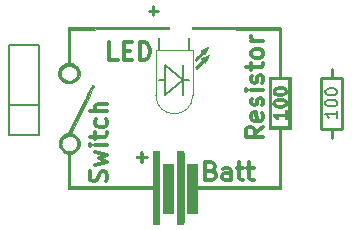
<source format=gto>
%TF.GenerationSoftware,KiCad,Pcbnew,(5.1.10)-1*%
%TF.CreationDate,2022-03-19T19:01:51-07:00*%
%TF.ProjectId,project,70726f6a-6563-4742-9e6b-696361645f70,rev?*%
%TF.SameCoordinates,Original*%
%TF.FileFunction,Legend,Top*%
%TF.FilePolarity,Positive*%
%FSLAX46Y46*%
G04 Gerber Fmt 4.6, Leading zero omitted, Abs format (unit mm)*
G04 Created by KiCad (PCBNEW (5.1.10)-1) date 2022-03-19 19:01:51*
%MOMM*%
%LPD*%
G01*
G04 APERTURE LIST*
%ADD10C,0.300000*%
%ADD11C,0.250000*%
%ADD12C,0.120000*%
%ADD13C,0.150000*%
%ADD14C,0.254000*%
%ADD15C,0.010000*%
G04 APERTURE END LIST*
D10*
X178403428Y-91332857D02*
X178617714Y-91404285D01*
X178689142Y-91475714D01*
X178760571Y-91618571D01*
X178760571Y-91832857D01*
X178689142Y-91975714D01*
X178617714Y-92047142D01*
X178474857Y-92118571D01*
X177903428Y-92118571D01*
X177903428Y-90618571D01*
X178403428Y-90618571D01*
X178546285Y-90690000D01*
X178617714Y-90761428D01*
X178689142Y-90904285D01*
X178689142Y-91047142D01*
X178617714Y-91190000D01*
X178546285Y-91261428D01*
X178403428Y-91332857D01*
X177903428Y-91332857D01*
X180046285Y-92118571D02*
X180046285Y-91332857D01*
X179974857Y-91190000D01*
X179832000Y-91118571D01*
X179546285Y-91118571D01*
X179403428Y-91190000D01*
X180046285Y-92047142D02*
X179903428Y-92118571D01*
X179546285Y-92118571D01*
X179403428Y-92047142D01*
X179332000Y-91904285D01*
X179332000Y-91761428D01*
X179403428Y-91618571D01*
X179546285Y-91547142D01*
X179903428Y-91547142D01*
X180046285Y-91475714D01*
X180546285Y-91118571D02*
X181117714Y-91118571D01*
X180760571Y-90618571D02*
X180760571Y-91904285D01*
X180832000Y-92047142D01*
X180974857Y-92118571D01*
X181117714Y-92118571D01*
X181403428Y-91118571D02*
X181974857Y-91118571D01*
X181617714Y-90618571D02*
X181617714Y-91904285D01*
X181689142Y-92047142D01*
X181832000Y-92118571D01*
X181974857Y-92118571D01*
X169517142Y-92221428D02*
X169588571Y-92007142D01*
X169588571Y-91650000D01*
X169517142Y-91507142D01*
X169445714Y-91435714D01*
X169302857Y-91364285D01*
X169160000Y-91364285D01*
X169017142Y-91435714D01*
X168945714Y-91507142D01*
X168874285Y-91650000D01*
X168802857Y-91935714D01*
X168731428Y-92078571D01*
X168660000Y-92150000D01*
X168517142Y-92221428D01*
X168374285Y-92221428D01*
X168231428Y-92150000D01*
X168160000Y-92078571D01*
X168088571Y-91935714D01*
X168088571Y-91578571D01*
X168160000Y-91364285D01*
X168588571Y-90864285D02*
X169588571Y-90578571D01*
X168874285Y-90292857D01*
X169588571Y-90007142D01*
X168588571Y-89721428D01*
X169588571Y-89150000D02*
X168588571Y-89150000D01*
X168088571Y-89150000D02*
X168160000Y-89221428D01*
X168231428Y-89150000D01*
X168160000Y-89078571D01*
X168088571Y-89150000D01*
X168231428Y-89150000D01*
X168588571Y-88650000D02*
X168588571Y-88078571D01*
X168088571Y-88435714D02*
X169374285Y-88435714D01*
X169517142Y-88364285D01*
X169588571Y-88221428D01*
X169588571Y-88078571D01*
X169517142Y-86935714D02*
X169588571Y-87078571D01*
X169588571Y-87364285D01*
X169517142Y-87507142D01*
X169445714Y-87578571D01*
X169302857Y-87650000D01*
X168874285Y-87650000D01*
X168731428Y-87578571D01*
X168660000Y-87507142D01*
X168588571Y-87364285D01*
X168588571Y-87078571D01*
X168660000Y-86935714D01*
X169588571Y-86292857D02*
X168088571Y-86292857D01*
X169588571Y-85650000D02*
X168802857Y-85650000D01*
X168660000Y-85721428D01*
X168588571Y-85864285D01*
X168588571Y-86078571D01*
X168660000Y-86221428D01*
X168731428Y-86292857D01*
X182796571Y-87649428D02*
X182082285Y-88149428D01*
X182796571Y-88506571D02*
X181296571Y-88506571D01*
X181296571Y-87935142D01*
X181368000Y-87792285D01*
X181439428Y-87720857D01*
X181582285Y-87649428D01*
X181796571Y-87649428D01*
X181939428Y-87720857D01*
X182010857Y-87792285D01*
X182082285Y-87935142D01*
X182082285Y-88506571D01*
X182725142Y-86435142D02*
X182796571Y-86578000D01*
X182796571Y-86863714D01*
X182725142Y-87006571D01*
X182582285Y-87078000D01*
X182010857Y-87078000D01*
X181868000Y-87006571D01*
X181796571Y-86863714D01*
X181796571Y-86578000D01*
X181868000Y-86435142D01*
X182010857Y-86363714D01*
X182153714Y-86363714D01*
X182296571Y-87078000D01*
X182725142Y-85792285D02*
X182796571Y-85649428D01*
X182796571Y-85363714D01*
X182725142Y-85220857D01*
X182582285Y-85149428D01*
X182510857Y-85149428D01*
X182368000Y-85220857D01*
X182296571Y-85363714D01*
X182296571Y-85578000D01*
X182225142Y-85720857D01*
X182082285Y-85792285D01*
X182010857Y-85792285D01*
X181868000Y-85720857D01*
X181796571Y-85578000D01*
X181796571Y-85363714D01*
X181868000Y-85220857D01*
X182796571Y-84506571D02*
X181796571Y-84506571D01*
X181296571Y-84506571D02*
X181368000Y-84578000D01*
X181439428Y-84506571D01*
X181368000Y-84435142D01*
X181296571Y-84506571D01*
X181439428Y-84506571D01*
X182725142Y-83863714D02*
X182796571Y-83720857D01*
X182796571Y-83435142D01*
X182725142Y-83292285D01*
X182582285Y-83220857D01*
X182510857Y-83220857D01*
X182368000Y-83292285D01*
X182296571Y-83435142D01*
X182296571Y-83649428D01*
X182225142Y-83792285D01*
X182082285Y-83863714D01*
X182010857Y-83863714D01*
X181868000Y-83792285D01*
X181796571Y-83649428D01*
X181796571Y-83435142D01*
X181868000Y-83292285D01*
X181796571Y-82792285D02*
X181796571Y-82220857D01*
X181296571Y-82578000D02*
X182582285Y-82578000D01*
X182725142Y-82506571D01*
X182796571Y-82363714D01*
X182796571Y-82220857D01*
X182796571Y-81506571D02*
X182725142Y-81649428D01*
X182653714Y-81720857D01*
X182510857Y-81792285D01*
X182082285Y-81792285D01*
X181939428Y-81720857D01*
X181868000Y-81649428D01*
X181796571Y-81506571D01*
X181796571Y-81292285D01*
X181868000Y-81149428D01*
X181939428Y-81078000D01*
X182082285Y-81006571D01*
X182510857Y-81006571D01*
X182653714Y-81078000D01*
X182725142Y-81149428D01*
X182796571Y-81292285D01*
X182796571Y-81506571D01*
X182796571Y-80363714D02*
X181796571Y-80363714D01*
X182082285Y-80363714D02*
X181939428Y-80292285D01*
X181868000Y-80220857D01*
X181796571Y-80078000D01*
X181796571Y-79935142D01*
X170485714Y-81958571D02*
X169771428Y-81958571D01*
X169771428Y-80458571D01*
X170985714Y-81172857D02*
X171485714Y-81172857D01*
X171700000Y-81958571D02*
X170985714Y-81958571D01*
X170985714Y-80458571D01*
X171700000Y-80458571D01*
X172342857Y-81958571D02*
X172342857Y-80458571D01*
X172700000Y-80458571D01*
X172914285Y-80530000D01*
X173057142Y-80672857D01*
X173128571Y-80815714D01*
X173200000Y-81101428D01*
X173200000Y-81315714D01*
X173128571Y-81601428D01*
X173057142Y-81744285D01*
X172914285Y-81887142D01*
X172700000Y-81958571D01*
X172342857Y-81958571D01*
D11*
X173101047Y-77795428D02*
X173862952Y-77795428D01*
X173482000Y-78176380D02*
X173482000Y-77414476D01*
D12*
%TO.C,D1*%
X176530000Y-81085000D02*
X176530000Y-81085000D01*
X173990000Y-81085000D02*
X173990000Y-81085000D01*
X176820000Y-82205000D02*
X176820000Y-81085000D01*
X173700000Y-81085000D02*
X176820000Y-81085000D01*
X176820000Y-81085000D02*
X176820000Y-84945000D01*
X173700000Y-81085000D02*
X173700000Y-84945000D01*
D13*
X173990000Y-81125000D02*
X173990000Y-80125000D01*
X176490000Y-81125000D02*
X176490000Y-80125000D01*
X175990000Y-83625000D02*
X176490000Y-83625000D01*
X174490000Y-82375000D02*
X174490000Y-84875000D01*
X175990000Y-83625000D02*
X174490000Y-82375000D01*
X174490000Y-84875000D02*
X175990000Y-83625000D01*
X175990000Y-82375000D02*
X175990000Y-84875000D01*
X174490000Y-83625000D02*
X173990000Y-83625000D01*
D12*
X176820000Y-84945000D02*
G75*
G02*
X173700000Y-84945000I-1560000J0D01*
G01*
D14*
%TO.C,R1*%
X187706000Y-83439000D02*
X189484000Y-83439000D01*
X188595000Y-87757000D02*
X188595000Y-88519000D01*
X188595000Y-83439000D02*
X188595000Y-82677000D01*
X187706000Y-83439000D02*
X187706000Y-87757000D01*
X189484000Y-87757000D02*
X189484000Y-83439000D01*
X187706000Y-87757000D02*
X189484000Y-87757000D01*
D13*
%TO.C,SW1*%
X161290000Y-85725000D02*
X163830000Y-85725000D01*
X163830000Y-80645000D02*
X163830000Y-88265000D01*
X161290000Y-80645000D02*
X163830000Y-80645000D01*
X161290000Y-88265000D02*
X161290000Y-80645000D01*
X163830000Y-88265000D02*
X161290000Y-88265000D01*
D15*
%TO.C,G\u002A\u002A\u002A*%
G36*
X178109805Y-80892271D02*
G01*
X178071132Y-80987532D01*
X178011574Y-81125118D01*
X177979507Y-81197033D01*
X177902984Y-81360154D01*
X177849908Y-81453460D01*
X177813645Y-81486278D01*
X177787563Y-81467935D01*
X177787251Y-81467381D01*
X177761276Y-81444592D01*
X177717888Y-81455750D01*
X177646324Y-81508343D01*
X177535819Y-81609856D01*
X177422223Y-81721296D01*
X177278363Y-81862880D01*
X177181158Y-81952047D01*
X177117863Y-81996712D01*
X177075733Y-82004790D01*
X177042021Y-81984197D01*
X177025940Y-81967395D01*
X176998123Y-81929304D01*
X176995381Y-81889346D01*
X177025982Y-81834361D01*
X177098194Y-81751187D01*
X177220283Y-81626664D01*
X177272861Y-81574319D01*
X177413730Y-81431811D01*
X177500562Y-81335311D01*
X177541310Y-81273159D01*
X177543925Y-81233692D01*
X177521893Y-81209115D01*
X177499094Y-81179841D01*
X177519317Y-81145937D01*
X177593386Y-81098994D01*
X177732127Y-81030603D01*
X177780911Y-81007910D01*
X177930494Y-80939412D01*
X178047282Y-80887088D01*
X178112806Y-80859166D01*
X178120418Y-80856667D01*
X178109805Y-80892271D01*
G37*
X178109805Y-80892271D02*
X178071132Y-80987532D01*
X178011574Y-81125118D01*
X177979507Y-81197033D01*
X177902984Y-81360154D01*
X177849908Y-81453460D01*
X177813645Y-81486278D01*
X177787563Y-81467935D01*
X177787251Y-81467381D01*
X177761276Y-81444592D01*
X177717888Y-81455750D01*
X177646324Y-81508343D01*
X177535819Y-81609856D01*
X177422223Y-81721296D01*
X177278363Y-81862880D01*
X177181158Y-81952047D01*
X177117863Y-81996712D01*
X177075733Y-82004790D01*
X177042021Y-81984197D01*
X177025940Y-81967395D01*
X176998123Y-81929304D01*
X176995381Y-81889346D01*
X177025982Y-81834361D01*
X177098194Y-81751187D01*
X177220283Y-81626664D01*
X177272861Y-81574319D01*
X177413730Y-81431811D01*
X177500562Y-81335311D01*
X177541310Y-81273159D01*
X177543925Y-81233692D01*
X177521893Y-81209115D01*
X177499094Y-81179841D01*
X177519317Y-81145937D01*
X177593386Y-81098994D01*
X177732127Y-81030603D01*
X177780911Y-81007910D01*
X177930494Y-80939412D01*
X178047282Y-80887088D01*
X178112806Y-80859166D01*
X178120418Y-80856667D01*
X178109805Y-80892271D01*
G36*
X178156632Y-81590110D02*
G01*
X178117323Y-81690456D01*
X178055964Y-81830484D01*
X178024941Y-81897707D01*
X177947175Y-82052971D01*
X177889639Y-82145246D01*
X177856841Y-82167729D01*
X177852158Y-82158417D01*
X177825507Y-82095610D01*
X177808416Y-82084333D01*
X177768861Y-82112404D01*
X177683370Y-82188362D01*
X177565468Y-82299826D01*
X177458888Y-82404264D01*
X177314210Y-82545574D01*
X177215808Y-82633315D01*
X177151832Y-82675481D01*
X177110434Y-82680065D01*
X177082351Y-82658264D01*
X177057101Y-82620948D01*
X177053232Y-82581582D01*
X177078426Y-82528379D01*
X177140365Y-82449556D01*
X177246733Y-82333325D01*
X177395311Y-82178165D01*
X177519303Y-82045110D01*
X177588145Y-81957678D01*
X177609177Y-81904364D01*
X177589735Y-81873659D01*
X177589559Y-81873550D01*
X177546223Y-81833131D01*
X177547226Y-81818360D01*
X177601915Y-81786873D01*
X177705392Y-81736811D01*
X177834964Y-81678093D01*
X177967939Y-81620635D01*
X178081624Y-81574356D01*
X178153324Y-81549172D01*
X178166501Y-81547723D01*
X178156632Y-81590110D01*
G37*
X178156632Y-81590110D02*
X178117323Y-81690456D01*
X178055964Y-81830484D01*
X178024941Y-81897707D01*
X177947175Y-82052971D01*
X177889639Y-82145246D01*
X177856841Y-82167729D01*
X177852158Y-82158417D01*
X177825507Y-82095610D01*
X177808416Y-82084333D01*
X177768861Y-82112404D01*
X177683370Y-82188362D01*
X177565468Y-82299826D01*
X177458888Y-82404264D01*
X177314210Y-82545574D01*
X177215808Y-82633315D01*
X177151832Y-82675481D01*
X177110434Y-82680065D01*
X177082351Y-82658264D01*
X177057101Y-82620948D01*
X177053232Y-82581582D01*
X177078426Y-82528379D01*
X177140365Y-82449556D01*
X177246733Y-82333325D01*
X177395311Y-82178165D01*
X177519303Y-82045110D01*
X177588145Y-81957678D01*
X177609177Y-81904364D01*
X177589735Y-81873659D01*
X177589559Y-81873550D01*
X177546223Y-81833131D01*
X177547226Y-81818360D01*
X177601915Y-81786873D01*
X177705392Y-81736811D01*
X177834964Y-81678093D01*
X177967939Y-81620635D01*
X178081624Y-81574356D01*
X178153324Y-81549172D01*
X178166501Y-81547723D01*
X178156632Y-81590110D01*
G36*
X184508957Y-84208498D02*
G01*
X184640547Y-84270050D01*
X184751753Y-84369816D01*
X184752594Y-84370772D01*
X184833998Y-84487544D01*
X184853468Y-84593800D01*
X184812405Y-84708996D01*
X184780621Y-84760052D01*
X184670409Y-84863962D01*
X184509256Y-84935317D01*
X184309510Y-84971627D01*
X184083519Y-84970405D01*
X183888332Y-84939885D01*
X183741672Y-84877869D01*
X183636111Y-84775046D01*
X183580166Y-84645728D01*
X183580764Y-84607009D01*
X183810686Y-84607009D01*
X183835723Y-84674769D01*
X183849149Y-84686248D01*
X183955971Y-84725876D01*
X184104887Y-84748789D01*
X184269678Y-84753862D01*
X184424125Y-84739969D01*
X184520931Y-84715094D01*
X184591367Y-84660521D01*
X184607961Y-84584352D01*
X184574933Y-84504218D01*
X184496502Y-84437750D01*
X184449770Y-84417728D01*
X184339868Y-84397137D01*
X184201702Y-84392178D01*
X184059572Y-84401271D01*
X183937780Y-84422837D01*
X183860626Y-84455297D01*
X183859657Y-84456087D01*
X183819184Y-84522725D01*
X183810686Y-84607009D01*
X183580764Y-84607009D01*
X183582352Y-84504227D01*
X183598865Y-84453411D01*
X183673323Y-84333557D01*
X183786839Y-84251284D01*
X183948954Y-84201664D01*
X184124334Y-84181911D01*
X184341910Y-84180628D01*
X184508957Y-84208498D01*
G37*
X184508957Y-84208498D02*
X184640547Y-84270050D01*
X184751753Y-84369816D01*
X184752594Y-84370772D01*
X184833998Y-84487544D01*
X184853468Y-84593800D01*
X184812405Y-84708996D01*
X184780621Y-84760052D01*
X184670409Y-84863962D01*
X184509256Y-84935317D01*
X184309510Y-84971627D01*
X184083519Y-84970405D01*
X183888332Y-84939885D01*
X183741672Y-84877869D01*
X183636111Y-84775046D01*
X183580166Y-84645728D01*
X183580764Y-84607009D01*
X183810686Y-84607009D01*
X183835723Y-84674769D01*
X183849149Y-84686248D01*
X183955971Y-84725876D01*
X184104887Y-84748789D01*
X184269678Y-84753862D01*
X184424125Y-84739969D01*
X184520931Y-84715094D01*
X184591367Y-84660521D01*
X184607961Y-84584352D01*
X184574933Y-84504218D01*
X184496502Y-84437750D01*
X184449770Y-84417728D01*
X184339868Y-84397137D01*
X184201702Y-84392178D01*
X184059572Y-84401271D01*
X183937780Y-84422837D01*
X183860626Y-84455297D01*
X183859657Y-84456087D01*
X183819184Y-84522725D01*
X183810686Y-84607009D01*
X183580764Y-84607009D01*
X183582352Y-84504227D01*
X183598865Y-84453411D01*
X183673323Y-84333557D01*
X183786839Y-84251284D01*
X183948954Y-84201664D01*
X184124334Y-84181911D01*
X184341910Y-84180628D01*
X184508957Y-84208498D01*
G36*
X184297410Y-85193885D02*
G01*
X184456519Y-85209797D01*
X184578506Y-85238278D01*
X184599601Y-85247006D01*
X184701458Y-85319206D01*
X184790246Y-85422400D01*
X184847645Y-85532095D01*
X184859448Y-85594449D01*
X184839110Y-85660936D01*
X184788519Y-85748815D01*
X184770896Y-85773175D01*
X184647146Y-85881164D01*
X184475876Y-85953582D01*
X184271737Y-85987176D01*
X184049378Y-85978696D01*
X183937701Y-85958077D01*
X183792006Y-85914348D01*
X183695865Y-85857663D01*
X183628767Y-85774624D01*
X183612986Y-85745982D01*
X183573431Y-85602023D01*
X183576213Y-85585933D01*
X183814821Y-85585933D01*
X183821483Y-85655922D01*
X183866438Y-85703612D01*
X183958482Y-85732614D01*
X184106411Y-85746538D01*
X184212274Y-85749056D01*
X184386974Y-85741749D01*
X184501999Y-85715224D01*
X184536343Y-85696738D01*
X184604761Y-85623773D01*
X184610233Y-85552184D01*
X184559715Y-85488158D01*
X184460164Y-85437882D01*
X184318537Y-85407543D01*
X184204292Y-85401448D01*
X184019729Y-85415844D01*
X183895858Y-85459177D01*
X183828747Y-85533310D01*
X183814821Y-85585933D01*
X183576213Y-85585933D01*
X183597602Y-85462254D01*
X183679655Y-85339208D01*
X183813746Y-85245415D01*
X183854488Y-85228093D01*
X183970679Y-85202380D01*
X184126891Y-85191195D01*
X184297410Y-85193885D01*
G37*
X184297410Y-85193885D02*
X184456519Y-85209797D01*
X184578506Y-85238278D01*
X184599601Y-85247006D01*
X184701458Y-85319206D01*
X184790246Y-85422400D01*
X184847645Y-85532095D01*
X184859448Y-85594449D01*
X184839110Y-85660936D01*
X184788519Y-85748815D01*
X184770896Y-85773175D01*
X184647146Y-85881164D01*
X184475876Y-85953582D01*
X184271737Y-85987176D01*
X184049378Y-85978696D01*
X183937701Y-85958077D01*
X183792006Y-85914348D01*
X183695865Y-85857663D01*
X183628767Y-85774624D01*
X183612986Y-85745982D01*
X183573431Y-85602023D01*
X183576213Y-85585933D01*
X183814821Y-85585933D01*
X183821483Y-85655922D01*
X183866438Y-85703612D01*
X183958482Y-85732614D01*
X184106411Y-85746538D01*
X184212274Y-85749056D01*
X184386974Y-85741749D01*
X184501999Y-85715224D01*
X184536343Y-85696738D01*
X184604761Y-85623773D01*
X184610233Y-85552184D01*
X184559715Y-85488158D01*
X184460164Y-85437882D01*
X184318537Y-85407543D01*
X184204292Y-85401448D01*
X184019729Y-85415844D01*
X183895858Y-85459177D01*
X183828747Y-85533310D01*
X183814821Y-85585933D01*
X183576213Y-85585933D01*
X183597602Y-85462254D01*
X183679655Y-85339208D01*
X183813746Y-85245415D01*
X183854488Y-85228093D01*
X183970679Y-85202380D01*
X184126891Y-85191195D01*
X184297410Y-85193885D01*
G36*
X184757966Y-86183994D02*
G01*
X184804394Y-86226744D01*
X184834213Y-86277799D01*
X184851678Y-86366544D01*
X184858927Y-86506470D01*
X184859448Y-86574224D01*
X184856858Y-86749501D01*
X184846792Y-86866146D01*
X184825807Y-86935478D01*
X184790463Y-86968817D01*
X184737317Y-86977483D01*
X184736828Y-86977483D01*
X184661353Y-86952436D01*
X184622050Y-86873620D01*
X184614207Y-86781928D01*
X184611188Y-86741098D01*
X184592943Y-86716083D01*
X184545693Y-86703010D01*
X184455657Y-86698009D01*
X184312666Y-86697207D01*
X184167597Y-86698457D01*
X184080388Y-86704014D01*
X184038848Y-86716592D01*
X184030785Y-86738903D01*
X184037126Y-86758518D01*
X184071872Y-86874587D01*
X184061320Y-86942424D01*
X184011445Y-86961555D01*
X183928221Y-86931507D01*
X183817619Y-86851807D01*
X183742496Y-86781858D01*
X183647336Y-86681815D01*
X183592548Y-86607240D01*
X183582963Y-86554436D01*
X183623415Y-86519708D01*
X183718735Y-86499362D01*
X183873754Y-86489700D01*
X184093305Y-86487027D01*
X184128014Y-86487000D01*
X184614207Y-86487000D01*
X184614207Y-86384399D01*
X184632433Y-86290074D01*
X184669261Y-86226744D01*
X184721095Y-86180626D01*
X184757966Y-86183994D01*
G37*
X184757966Y-86183994D02*
X184804394Y-86226744D01*
X184834213Y-86277799D01*
X184851678Y-86366544D01*
X184858927Y-86506470D01*
X184859448Y-86574224D01*
X184856858Y-86749501D01*
X184846792Y-86866146D01*
X184825807Y-86935478D01*
X184790463Y-86968817D01*
X184737317Y-86977483D01*
X184736828Y-86977483D01*
X184661353Y-86952436D01*
X184622050Y-86873620D01*
X184614207Y-86781928D01*
X184611188Y-86741098D01*
X184592943Y-86716083D01*
X184545693Y-86703010D01*
X184455657Y-86698009D01*
X184312666Y-86697207D01*
X184167597Y-86698457D01*
X184080388Y-86704014D01*
X184038848Y-86716592D01*
X184030785Y-86738903D01*
X184037126Y-86758518D01*
X184071872Y-86874587D01*
X184061320Y-86942424D01*
X184011445Y-86961555D01*
X183928221Y-86931507D01*
X183817619Y-86851807D01*
X183742496Y-86781858D01*
X183647336Y-86681815D01*
X183592548Y-86607240D01*
X183582963Y-86554436D01*
X183623415Y-86519708D01*
X183718735Y-86499362D01*
X183873754Y-86489700D01*
X184093305Y-86487027D01*
X184128014Y-86487000D01*
X184614207Y-86487000D01*
X184614207Y-86384399D01*
X184632433Y-86290074D01*
X184669261Y-86226744D01*
X184721095Y-86180626D01*
X184757966Y-86183994D01*
G36*
X174822069Y-79357483D02*
G01*
X170626690Y-79366384D01*
X166431311Y-79375284D01*
X166431311Y-82206635D01*
X166569626Y-82230003D01*
X166773318Y-82297714D01*
X166952172Y-82420219D01*
X167097739Y-82584682D01*
X167201572Y-82778267D01*
X167255221Y-82988140D01*
X167250240Y-83201464D01*
X167240147Y-83248740D01*
X167163912Y-83457786D01*
X167046084Y-83625041D01*
X166876218Y-83762671D01*
X166729104Y-83843877D01*
X166529272Y-83907993D01*
X166304492Y-83927546D01*
X166084973Y-83901186D01*
X166002261Y-83876339D01*
X165788141Y-83761827D01*
X165608739Y-83593527D01*
X165527437Y-83477311D01*
X165473202Y-83371141D01*
X165444262Y-83267990D01*
X165433572Y-83137610D01*
X165433315Y-83114642D01*
X165638106Y-83114642D01*
X165677610Y-83294941D01*
X165769110Y-83451742D01*
X165903870Y-83577882D01*
X166073155Y-83666197D01*
X166268230Y-83709525D01*
X166480360Y-83700701D01*
X166584060Y-83676324D01*
X166756967Y-83591159D01*
X166896629Y-83457590D01*
X166993822Y-83290917D01*
X167039320Y-83106443D01*
X167028682Y-82938887D01*
X166955769Y-82753138D01*
X166837833Y-82609060D01*
X166686311Y-82506826D01*
X166512641Y-82446612D01*
X166328260Y-82428591D01*
X166144605Y-82452937D01*
X165973114Y-82519826D01*
X165825223Y-82629431D01*
X165712371Y-82781927D01*
X165659334Y-82918008D01*
X165638106Y-83114642D01*
X165433315Y-83114642D01*
X165432828Y-83071138D01*
X165438009Y-82922707D01*
X165458460Y-82813084D01*
X165501542Y-82711456D01*
X165531515Y-82658006D01*
X165671523Y-82479079D01*
X165852772Y-82335272D01*
X166053784Y-82243278D01*
X166071709Y-82238218D01*
X166220370Y-82198457D01*
X166229495Y-80690384D01*
X166238621Y-79182311D01*
X174822069Y-79182311D01*
X174822069Y-79357483D01*
G37*
X174822069Y-79357483D02*
X170626690Y-79366384D01*
X166431311Y-79375284D01*
X166431311Y-82206635D01*
X166569626Y-82230003D01*
X166773318Y-82297714D01*
X166952172Y-82420219D01*
X167097739Y-82584682D01*
X167201572Y-82778267D01*
X167255221Y-82988140D01*
X167250240Y-83201464D01*
X167240147Y-83248740D01*
X167163912Y-83457786D01*
X167046084Y-83625041D01*
X166876218Y-83762671D01*
X166729104Y-83843877D01*
X166529272Y-83907993D01*
X166304492Y-83927546D01*
X166084973Y-83901186D01*
X166002261Y-83876339D01*
X165788141Y-83761827D01*
X165608739Y-83593527D01*
X165527437Y-83477311D01*
X165473202Y-83371141D01*
X165444262Y-83267990D01*
X165433572Y-83137610D01*
X165433315Y-83114642D01*
X165638106Y-83114642D01*
X165677610Y-83294941D01*
X165769110Y-83451742D01*
X165903870Y-83577882D01*
X166073155Y-83666197D01*
X166268230Y-83709525D01*
X166480360Y-83700701D01*
X166584060Y-83676324D01*
X166756967Y-83591159D01*
X166896629Y-83457590D01*
X166993822Y-83290917D01*
X167039320Y-83106443D01*
X167028682Y-82938887D01*
X166955769Y-82753138D01*
X166837833Y-82609060D01*
X166686311Y-82506826D01*
X166512641Y-82446612D01*
X166328260Y-82428591D01*
X166144605Y-82452937D01*
X165973114Y-82519826D01*
X165825223Y-82629431D01*
X165712371Y-82781927D01*
X165659334Y-82918008D01*
X165638106Y-83114642D01*
X165433315Y-83114642D01*
X165432828Y-83071138D01*
X165438009Y-82922707D01*
X165458460Y-82813084D01*
X165501542Y-82711456D01*
X165531515Y-82658006D01*
X165671523Y-82479079D01*
X165852772Y-82335272D01*
X166053784Y-82243278D01*
X166071709Y-82238218D01*
X166220370Y-82198457D01*
X166229495Y-80690384D01*
X166238621Y-79182311D01*
X174822069Y-79182311D01*
X174822069Y-79357483D01*
G36*
X172522329Y-89666236D02*
G01*
X172568053Y-89748962D01*
X172590452Y-89880195D01*
X172601041Y-90060518D01*
X172770093Y-90060518D01*
X172901474Y-90073945D01*
X172983124Y-90110720D01*
X173007943Y-90165578D01*
X172982759Y-90218173D01*
X172911358Y-90255674D01*
X172784286Y-90270585D01*
X172768262Y-90270725D01*
X172597379Y-90270725D01*
X172597379Y-90438890D01*
X172582695Y-90566165D01*
X172544583Y-90654159D01*
X172491953Y-90695007D01*
X172433715Y-90680842D01*
X172388405Y-90623373D01*
X172364660Y-90544460D01*
X172352540Y-90436618D01*
X172352138Y-90414997D01*
X172352138Y-90274386D01*
X172168207Y-90263797D01*
X172060830Y-90254742D01*
X172006059Y-90237430D01*
X171986443Y-90202545D01*
X171984276Y-90165621D01*
X171990308Y-90114142D01*
X172020041Y-90086349D01*
X172090928Y-90072926D01*
X172168207Y-90067445D01*
X172352138Y-90056856D01*
X172352138Y-89907728D01*
X172368776Y-89764269D01*
X172410689Y-89675276D01*
X172465874Y-89642136D01*
X172522329Y-89666236D01*
G37*
X172522329Y-89666236D02*
X172568053Y-89748962D01*
X172590452Y-89880195D01*
X172601041Y-90060518D01*
X172770093Y-90060518D01*
X172901474Y-90073945D01*
X172983124Y-90110720D01*
X173007943Y-90165578D01*
X172982759Y-90218173D01*
X172911358Y-90255674D01*
X172784286Y-90270585D01*
X172768262Y-90270725D01*
X172597379Y-90270725D01*
X172597379Y-90438890D01*
X172582695Y-90566165D01*
X172544583Y-90654159D01*
X172491953Y-90695007D01*
X172433715Y-90680842D01*
X172388405Y-90623373D01*
X172364660Y-90544460D01*
X172352540Y-90436618D01*
X172352138Y-90414997D01*
X172352138Y-90274386D01*
X172168207Y-90263797D01*
X172060830Y-90254742D01*
X172006059Y-90237430D01*
X171986443Y-90202545D01*
X171984276Y-90165621D01*
X171990308Y-90114142D01*
X172020041Y-90086349D01*
X172090928Y-90072926D01*
X172168207Y-90067445D01*
X172352138Y-90056856D01*
X172352138Y-89907728D01*
X172368776Y-89764269D01*
X172410689Y-89675276D01*
X172465874Y-89642136D01*
X172522329Y-89666236D01*
G36*
X182644477Y-79171971D02*
G01*
X183029877Y-79173275D01*
X183357569Y-79175283D01*
X183630023Y-79178015D01*
X183849712Y-79181491D01*
X184019105Y-79185731D01*
X184140676Y-79190754D01*
X184216896Y-79196582D01*
X184250235Y-79203234D01*
X184251321Y-79203958D01*
X184261560Y-79223017D01*
X184270285Y-79265135D01*
X184277604Y-79335194D01*
X184283630Y-79438076D01*
X184288473Y-79578663D01*
X184292242Y-79761838D01*
X184295049Y-79992481D01*
X184297005Y-80275476D01*
X184298219Y-80615704D01*
X184298803Y-81018047D01*
X184298897Y-81305075D01*
X184298897Y-83366708D01*
X184710552Y-83376578D01*
X185122207Y-83386449D01*
X185122207Y-87765759D01*
X184710782Y-87775627D01*
X184299357Y-87785496D01*
X184290368Y-90315627D01*
X184281379Y-92845759D01*
X177222989Y-92863611D01*
X177213701Y-93888202D01*
X177204414Y-94912794D01*
X176799650Y-94922604D01*
X176637690Y-94924483D01*
X176502136Y-94922207D01*
X176407902Y-94916284D01*
X176370478Y-94908007D01*
X176366077Y-94869498D01*
X176361930Y-94767104D01*
X176358111Y-94607008D01*
X176354690Y-94395393D01*
X176351739Y-94138442D01*
X176349330Y-93842339D01*
X176347534Y-93513267D01*
X176346424Y-93157409D01*
X176346069Y-92803807D01*
X176346069Y-90724016D01*
X176775242Y-90733853D01*
X177204414Y-90743690D01*
X177213736Y-91698380D01*
X177223057Y-92653069D01*
X184088690Y-92653069D01*
X184088690Y-87785500D01*
X183677035Y-87775629D01*
X183265379Y-87765759D01*
X183265379Y-83579138D01*
X183458069Y-83579138D01*
X183458069Y-87573069D01*
X184929517Y-87573069D01*
X184929517Y-83579138D01*
X183458069Y-83579138D01*
X183265379Y-83579138D01*
X183265379Y-83386449D01*
X183677035Y-83376578D01*
X184088690Y-83366708D01*
X184088690Y-79375323D01*
X176748966Y-79357483D01*
X176748966Y-79182311D01*
X180476356Y-79173392D01*
X181117307Y-79172081D01*
X181690663Y-79171394D01*
X182198896Y-79171350D01*
X182644477Y-79171971D01*
G37*
X182644477Y-79171971D02*
X183029877Y-79173275D01*
X183357569Y-79175283D01*
X183630023Y-79178015D01*
X183849712Y-79181491D01*
X184019105Y-79185731D01*
X184140676Y-79190754D01*
X184216896Y-79196582D01*
X184250235Y-79203234D01*
X184251321Y-79203958D01*
X184261560Y-79223017D01*
X184270285Y-79265135D01*
X184277604Y-79335194D01*
X184283630Y-79438076D01*
X184288473Y-79578663D01*
X184292242Y-79761838D01*
X184295049Y-79992481D01*
X184297005Y-80275476D01*
X184298219Y-80615704D01*
X184298803Y-81018047D01*
X184298897Y-81305075D01*
X184298897Y-83366708D01*
X184710552Y-83376578D01*
X185122207Y-83386449D01*
X185122207Y-87765759D01*
X184710782Y-87775627D01*
X184299357Y-87785496D01*
X184290368Y-90315627D01*
X184281379Y-92845759D01*
X177222989Y-92863611D01*
X177213701Y-93888202D01*
X177204414Y-94912794D01*
X176799650Y-94922604D01*
X176637690Y-94924483D01*
X176502136Y-94922207D01*
X176407902Y-94916284D01*
X176370478Y-94908007D01*
X176366077Y-94869498D01*
X176361930Y-94767104D01*
X176358111Y-94607008D01*
X176354690Y-94395393D01*
X176351739Y-94138442D01*
X176349330Y-93842339D01*
X176347534Y-93513267D01*
X176346424Y-93157409D01*
X176346069Y-92803807D01*
X176346069Y-90724016D01*
X176775242Y-90733853D01*
X177204414Y-90743690D01*
X177213736Y-91698380D01*
X177223057Y-92653069D01*
X184088690Y-92653069D01*
X184088690Y-87785500D01*
X183677035Y-87775629D01*
X183265379Y-87765759D01*
X183265379Y-83579138D01*
X183458069Y-83579138D01*
X183458069Y-87573069D01*
X184929517Y-87573069D01*
X184929517Y-83579138D01*
X183458069Y-83579138D01*
X183265379Y-83579138D01*
X183265379Y-83386449D01*
X183677035Y-83376578D01*
X184088690Y-83366708D01*
X184088690Y-79375323D01*
X176748966Y-79357483D01*
X176748966Y-79182311D01*
X180476356Y-79173392D01*
X181117307Y-79172081D01*
X181690663Y-79171394D01*
X182198896Y-79171350D01*
X182644477Y-79171971D01*
G36*
X175172414Y-94912794D02*
G01*
X174742558Y-94922636D01*
X174549375Y-94925102D01*
X174417120Y-94921656D01*
X174336846Y-94911595D01*
X174299605Y-94894219D01*
X174295535Y-94887601D01*
X174292566Y-94845267D01*
X174290064Y-94739178D01*
X174288055Y-94575647D01*
X174286562Y-94360985D01*
X174285609Y-94101507D01*
X174285222Y-93803524D01*
X174285424Y-93473348D01*
X174286240Y-93117294D01*
X174287460Y-92793207D01*
X174296552Y-90743690D01*
X175172414Y-90743690D01*
X175172414Y-94912794D01*
G37*
X175172414Y-94912794D02*
X174742558Y-94922636D01*
X174549375Y-94925102D01*
X174417120Y-94921656D01*
X174336846Y-94911595D01*
X174299605Y-94894219D01*
X174295535Y-94887601D01*
X174292566Y-94845267D01*
X174290064Y-94739178D01*
X174288055Y-94575647D01*
X174286562Y-94360985D01*
X174285609Y-94101507D01*
X174285222Y-93803524D01*
X174285424Y-93473348D01*
X174286240Y-93117294D01*
X174287460Y-92793207D01*
X174296552Y-90743690D01*
X175172414Y-90743690D01*
X175172414Y-94912794D01*
G36*
X175884212Y-89647664D02*
G01*
X175983349Y-89662512D01*
X176016300Y-89677677D01*
X176025114Y-89693394D01*
X176032848Y-89727744D01*
X176039570Y-89784869D01*
X176045347Y-89868910D01*
X176050244Y-89984009D01*
X176054329Y-90134305D01*
X176057668Y-90323941D01*
X176060328Y-90557057D01*
X176062376Y-90837796D01*
X176063877Y-91170297D01*
X176064899Y-91558703D01*
X176065508Y-92007153D01*
X176065770Y-92519790D01*
X176065793Y-92755456D01*
X176065565Y-93317410D01*
X176064848Y-93812656D01*
X176063598Y-94244552D01*
X176061768Y-94616460D01*
X176059313Y-94931736D01*
X176056186Y-95193742D01*
X176052343Y-95405836D01*
X176047736Y-95571378D01*
X176042320Y-95693727D01*
X176036049Y-95776242D01*
X176028878Y-95822282D01*
X176023752Y-95834200D01*
X175966579Y-95858413D01*
X175868688Y-95872493D01*
X175752611Y-95876519D01*
X175640876Y-95870570D01*
X175556014Y-95854724D01*
X175521375Y-95832449D01*
X175518984Y-95791607D01*
X175516898Y-95685808D01*
X175515129Y-95520160D01*
X175513691Y-95299775D01*
X175512595Y-95029761D01*
X175511855Y-94715231D01*
X175511483Y-94361293D01*
X175511491Y-93973058D01*
X175511892Y-93555637D01*
X175512700Y-93114138D01*
X175513716Y-92723138D01*
X175522759Y-89657621D01*
X175744783Y-89647111D01*
X175884212Y-89647664D01*
G37*
X175884212Y-89647664D02*
X175983349Y-89662512D01*
X176016300Y-89677677D01*
X176025114Y-89693394D01*
X176032848Y-89727744D01*
X176039570Y-89784869D01*
X176045347Y-89868910D01*
X176050244Y-89984009D01*
X176054329Y-90134305D01*
X176057668Y-90323941D01*
X176060328Y-90557057D01*
X176062376Y-90837796D01*
X176063877Y-91170297D01*
X176064899Y-91558703D01*
X176065508Y-92007153D01*
X176065770Y-92519790D01*
X176065793Y-92755456D01*
X176065565Y-93317410D01*
X176064848Y-93812656D01*
X176063598Y-94244552D01*
X176061768Y-94616460D01*
X176059313Y-94931736D01*
X176056186Y-95193742D01*
X176052343Y-95405836D01*
X176047736Y-95571378D01*
X176042320Y-95693727D01*
X176036049Y-95776242D01*
X176028878Y-95822282D01*
X176023752Y-95834200D01*
X175966579Y-95858413D01*
X175868688Y-95872493D01*
X175752611Y-95876519D01*
X175640876Y-95870570D01*
X175556014Y-95854724D01*
X175521375Y-95832449D01*
X175518984Y-95791607D01*
X175516898Y-95685808D01*
X175515129Y-95520160D01*
X175513691Y-95299775D01*
X175512595Y-95029761D01*
X175511855Y-94715231D01*
X175511483Y-94361293D01*
X175511491Y-93973058D01*
X175511892Y-93555637D01*
X175512700Y-93114138D01*
X175513716Y-92723138D01*
X175522759Y-89657621D01*
X175744783Y-89647111D01*
X175884212Y-89647664D01*
G36*
X168422458Y-84121894D02*
G01*
X168461781Y-84165217D01*
X168463311Y-84174868D01*
X168448241Y-84211318D01*
X168404809Y-84305090D01*
X168335675Y-84450682D01*
X168243501Y-84642589D01*
X168130951Y-84875308D01*
X168000685Y-85143336D01*
X167855366Y-85441170D01*
X167697656Y-85763306D01*
X167530218Y-86104240D01*
X167519117Y-86126808D01*
X167350819Y-86469320D01*
X167191782Y-86793799D01*
X167044706Y-87094682D01*
X166912290Y-87366410D01*
X166797233Y-87603420D01*
X166702235Y-87800151D01*
X166629994Y-87951043D01*
X166583211Y-88050535D01*
X166564583Y-88093066D01*
X166564427Y-88093652D01*
X166587782Y-88136307D01*
X166663987Y-88179991D01*
X166685188Y-88188120D01*
X166887525Y-88295920D01*
X167056930Y-88456651D01*
X167182704Y-88656802D01*
X167254154Y-88882857D01*
X167258813Y-88912852D01*
X167255998Y-89120463D01*
X167198296Y-89328464D01*
X167095058Y-89521891D01*
X166955636Y-89685780D01*
X166789382Y-89805167D01*
X166672183Y-89851590D01*
X166569278Y-89879725D01*
X166491946Y-89901048D01*
X166475104Y-89905764D01*
X166463512Y-89923955D01*
X166454004Y-89974859D01*
X166446412Y-90063772D01*
X166440568Y-90195985D01*
X166436304Y-90376794D01*
X166433452Y-90611491D01*
X166431844Y-90905370D01*
X166431312Y-91263725D01*
X166431311Y-91285625D01*
X166431311Y-92653069D01*
X173472489Y-92653069D01*
X173490759Y-89657621D01*
X173981242Y-89657621D01*
X173981242Y-95858725D01*
X173752033Y-95868918D01*
X173630961Y-95870614D01*
X173539057Y-95865062D01*
X173498033Y-95854320D01*
X173492762Y-95815093D01*
X173487874Y-95713169D01*
X173483490Y-95555917D01*
X173479730Y-95350710D01*
X173476717Y-95104917D01*
X173474571Y-94825910D01*
X173473413Y-94521060D01*
X173473242Y-94346566D01*
X173473242Y-92863604D01*
X169855931Y-92854681D01*
X166238621Y-92845759D01*
X166229486Y-91370985D01*
X166220352Y-89896211D01*
X166087764Y-89856487D01*
X165982870Y-89809570D01*
X165864163Y-89734569D01*
X165806656Y-89689634D01*
X165639847Y-89504500D01*
X165534152Y-89292983D01*
X165491145Y-89066564D01*
X165708404Y-89066564D01*
X165727779Y-89176357D01*
X165794955Y-89329204D01*
X165901929Y-89474295D01*
X166028753Y-89587376D01*
X166097832Y-89626315D01*
X166232941Y-89661517D01*
X166397771Y-89672339D01*
X166556065Y-89657993D01*
X166630478Y-89637875D01*
X166798675Y-89538779D01*
X166929035Y-89390328D01*
X167011626Y-89207442D01*
X167036907Y-89027477D01*
X167005057Y-88812104D01*
X166914590Y-88628151D01*
X166773130Y-88484191D01*
X166588300Y-88388800D01*
X166439753Y-88355815D01*
X166241999Y-88364494D01*
X166062061Y-88431524D01*
X165909336Y-88546076D01*
X165793220Y-88697319D01*
X165723111Y-88874424D01*
X165708404Y-89066564D01*
X165491145Y-89066564D01*
X165490891Y-89065229D01*
X165511384Y-88831387D01*
X165596951Y-88601602D01*
X165652942Y-88508254D01*
X165792288Y-88347793D01*
X165970108Y-88230755D01*
X166126173Y-88168436D01*
X166298321Y-88112316D01*
X167279865Y-86117245D01*
X167451862Y-85768459D01*
X167615439Y-85438322D01*
X167767881Y-85132209D01*
X167906473Y-84855497D01*
X168028502Y-84613562D01*
X168131251Y-84411782D01*
X168212008Y-84255534D01*
X168268057Y-84150193D01*
X168296683Y-84101137D01*
X168299162Y-84098341D01*
X168356389Y-84094072D01*
X168422458Y-84121894D01*
G37*
X168422458Y-84121894D02*
X168461781Y-84165217D01*
X168463311Y-84174868D01*
X168448241Y-84211318D01*
X168404809Y-84305090D01*
X168335675Y-84450682D01*
X168243501Y-84642589D01*
X168130951Y-84875308D01*
X168000685Y-85143336D01*
X167855366Y-85441170D01*
X167697656Y-85763306D01*
X167530218Y-86104240D01*
X167519117Y-86126808D01*
X167350819Y-86469320D01*
X167191782Y-86793799D01*
X167044706Y-87094682D01*
X166912290Y-87366410D01*
X166797233Y-87603420D01*
X166702235Y-87800151D01*
X166629994Y-87951043D01*
X166583211Y-88050535D01*
X166564583Y-88093066D01*
X166564427Y-88093652D01*
X166587782Y-88136307D01*
X166663987Y-88179991D01*
X166685188Y-88188120D01*
X166887525Y-88295920D01*
X167056930Y-88456651D01*
X167182704Y-88656802D01*
X167254154Y-88882857D01*
X167258813Y-88912852D01*
X167255998Y-89120463D01*
X167198296Y-89328464D01*
X167095058Y-89521891D01*
X166955636Y-89685780D01*
X166789382Y-89805167D01*
X166672183Y-89851590D01*
X166569278Y-89879725D01*
X166491946Y-89901048D01*
X166475104Y-89905764D01*
X166463512Y-89923955D01*
X166454004Y-89974859D01*
X166446412Y-90063772D01*
X166440568Y-90195985D01*
X166436304Y-90376794D01*
X166433452Y-90611491D01*
X166431844Y-90905370D01*
X166431312Y-91263725D01*
X166431311Y-91285625D01*
X166431311Y-92653069D01*
X173472489Y-92653069D01*
X173490759Y-89657621D01*
X173981242Y-89657621D01*
X173981242Y-95858725D01*
X173752033Y-95868918D01*
X173630961Y-95870614D01*
X173539057Y-95865062D01*
X173498033Y-95854320D01*
X173492762Y-95815093D01*
X173487874Y-95713169D01*
X173483490Y-95555917D01*
X173479730Y-95350710D01*
X173476717Y-95104917D01*
X173474571Y-94825910D01*
X173473413Y-94521060D01*
X173473242Y-94346566D01*
X173473242Y-92863604D01*
X169855931Y-92854681D01*
X166238621Y-92845759D01*
X166229486Y-91370985D01*
X166220352Y-89896211D01*
X166087764Y-89856487D01*
X165982870Y-89809570D01*
X165864163Y-89734569D01*
X165806656Y-89689634D01*
X165639847Y-89504500D01*
X165534152Y-89292983D01*
X165491145Y-89066564D01*
X165708404Y-89066564D01*
X165727779Y-89176357D01*
X165794955Y-89329204D01*
X165901929Y-89474295D01*
X166028753Y-89587376D01*
X166097832Y-89626315D01*
X166232941Y-89661517D01*
X166397771Y-89672339D01*
X166556065Y-89657993D01*
X166630478Y-89637875D01*
X166798675Y-89538779D01*
X166929035Y-89390328D01*
X167011626Y-89207442D01*
X167036907Y-89027477D01*
X167005057Y-88812104D01*
X166914590Y-88628151D01*
X166773130Y-88484191D01*
X166588300Y-88388800D01*
X166439753Y-88355815D01*
X166241999Y-88364494D01*
X166062061Y-88431524D01*
X165909336Y-88546076D01*
X165793220Y-88697319D01*
X165723111Y-88874424D01*
X165708404Y-89066564D01*
X165491145Y-89066564D01*
X165490891Y-89065229D01*
X165511384Y-88831387D01*
X165596951Y-88601602D01*
X165652942Y-88508254D01*
X165792288Y-88347793D01*
X165970108Y-88230755D01*
X166126173Y-88168436D01*
X166298321Y-88112316D01*
X167279865Y-86117245D01*
X167451862Y-85768459D01*
X167615439Y-85438322D01*
X167767881Y-85132209D01*
X167906473Y-84855497D01*
X168028502Y-84613562D01*
X168131251Y-84411782D01*
X168212008Y-84255534D01*
X168268057Y-84150193D01*
X168296683Y-84101137D01*
X168299162Y-84098341D01*
X168356389Y-84094072D01*
X168422458Y-84121894D01*
%TO.C,R1*%
D13*
X189047380Y-86264666D02*
X189047380Y-86836095D01*
X189047380Y-86550380D02*
X188047380Y-86550380D01*
X188190238Y-86645619D01*
X188285476Y-86740857D01*
X188333095Y-86836095D01*
X188047380Y-85645619D02*
X188047380Y-85550380D01*
X188095000Y-85455142D01*
X188142619Y-85407523D01*
X188237857Y-85359904D01*
X188428333Y-85312285D01*
X188666428Y-85312285D01*
X188856904Y-85359904D01*
X188952142Y-85407523D01*
X188999761Y-85455142D01*
X189047380Y-85550380D01*
X189047380Y-85645619D01*
X188999761Y-85740857D01*
X188952142Y-85788476D01*
X188856904Y-85836095D01*
X188666428Y-85883714D01*
X188428333Y-85883714D01*
X188237857Y-85836095D01*
X188142619Y-85788476D01*
X188095000Y-85740857D01*
X188047380Y-85645619D01*
X188047380Y-84693238D02*
X188047380Y-84598000D01*
X188095000Y-84502761D01*
X188142619Y-84455142D01*
X188237857Y-84407523D01*
X188428333Y-84359904D01*
X188666428Y-84359904D01*
X188856904Y-84407523D01*
X188952142Y-84455142D01*
X188999761Y-84502761D01*
X189047380Y-84598000D01*
X189047380Y-84693238D01*
X188999761Y-84788476D01*
X188952142Y-84836095D01*
X188856904Y-84883714D01*
X188666428Y-84931333D01*
X188428333Y-84931333D01*
X188237857Y-84883714D01*
X188142619Y-84836095D01*
X188095000Y-84788476D01*
X188047380Y-84693238D01*
%TD*%
M02*

</source>
